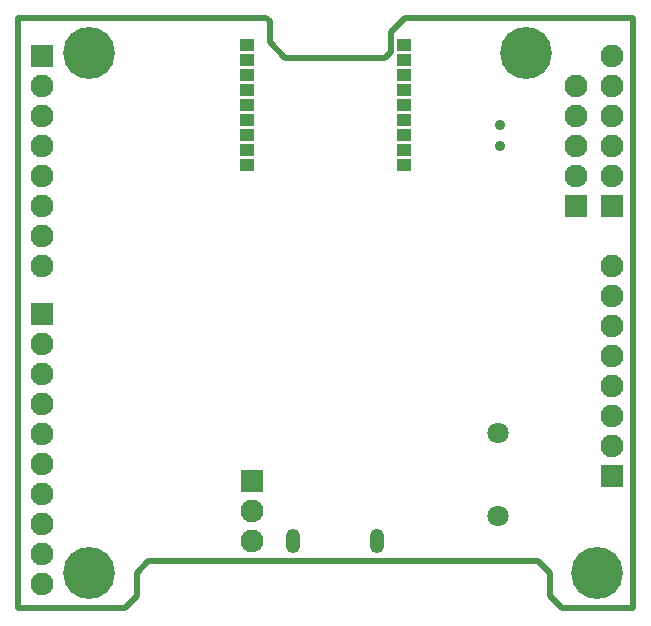
<source format=gbr>
G04 ================== begin FILE IDENTIFICATION RECORD ==================*
G04 Layout Name:  STEVAL-STLCX01V1.brd*
G04 Film Name:    STEVAL-STLCX01V1-10SMB.GBR*
G04 File Format:  Gerber RS274X*
G04 File Origin:  Cadence Allegro 16.5-P002*
G04 Origin Date:  Mon May 16 11:09:18 2016*
G04 *
G04 Layer:  VIA CLASS/SOLDERMASK_BOTTOM*
G04 Layer:  PIN/SOLDERMASK_BOTTOM*
G04 Layer:  PACKAGE GEOMETRY/SOLDERMASK_BOTTOM*
G04 Layer:  BOARD GEOMETRY/TOOLING_CORNERS*
G04 Layer:  BOARD GEOMETRY/SOLDERMASK_BOTTOM*
G04 *
G04 Offset:    (0.0000 0.0000)*
G04 Mirror:    No*
G04 Mode:      Positive*
G04 Rotation:  0*
G04 FullContactRelief:  No*
G04 UndefLineWidth:     0.0000*
G04 ================== end FILE IDENTIFICATION RECORD ====================*
%FSLAX25Y25*MOMM*%
%IR0*IPPOS*OFA0.00000B0.00000*MIA0B0*SFA1.00000B1.00000*%
%ADD17C,.9*%
%ADD15R,1.3X.99*%
%ADD14O,1.2X2.1*%
%ADD16C,1.8*%
%ADD13C,0.0*%
%ADD10C,1.9304*%
%ADD12C,4.3942*%
%ADD11R,1.9304X1.9304*%
%ADD18C,.5*%
G75*
%LPD*%
G75*
G54D10*
X200000Y207000D03*
Y461000D03*
Y715000D03*
Y969000D03*
Y1223000D03*
Y1477000D03*
Y1731000D03*
Y1985000D03*
Y2239000D03*
Y3153000D03*
Y2899000D03*
Y3915000D03*
Y3661000D03*
Y3407000D03*
Y4423000D03*
Y4169000D03*
X1980000Y566000D03*
Y820000D03*
X4720000Y3661000D03*
Y3915000D03*
Y4423000D03*
Y4169000D03*
X5026000Y1375000D03*
Y1629000D03*
Y1883000D03*
Y2137000D03*
Y2391000D03*
Y2645000D03*
Y2899000D03*
Y3661000D03*
Y3915000D03*
Y4169000D03*
Y4423000D03*
Y4677000D03*
G54D11*
X200000Y2493000D03*
Y4677000D03*
X1980000Y1074000D03*
X4720000Y3407000D03*
X5026000Y1121000D03*
Y3407000D03*
G54D12*
X600000Y300000D03*
Y4700000D03*
X4900000Y300000D03*
X4300000Y4700000D03*
G54D13*
X645000Y1370000D03*
Y2440000D03*
X465000Y2305000D03*
X555000Y2215000D03*
X905000Y2655000D03*
X877500Y3192500D03*
X637500Y2672500D03*
X630000Y2935000D03*
X620000Y3065000D03*
X877500Y3530000D03*
X1370000Y845000D03*
X1140000Y655000D03*
X1520000Y650000D03*
X1490000Y1365000D03*
X1175000Y1375000D03*
X1190000Y1140000D03*
X1610000Y985000D03*
X1190000Y1230000D03*
X1120000Y2440000D03*
X1030000Y2555000D03*
X1162000Y2738000D03*
X1312500Y2737500D03*
X1030000Y3960000D03*
X1312500Y3657500D03*
X1160000Y4295000D03*
X1024000Y4111000D03*
X2300000Y825000D03*
X2090000Y1260000D03*
X2175000Y1105000D03*
X1980000Y1540000D03*
X2230000Y1255000D03*
X2220000Y1425000D03*
X2360000Y2220000D03*
Y2600000D03*
X1982550Y2595000D03*
X2265000Y3075000D03*
X2255000Y2750000D03*
X2102450Y2762450D03*
X2025000Y3415000D03*
X2102450Y3235000D03*
X2057250Y4307750D03*
X3070000Y830000D03*
X2610000Y1280000D03*
X2790000Y985000D03*
X2910000Y970000D03*
X2507500Y990000D03*
X2690000Y1885000D03*
X3055000Y2342770D03*
X2540000Y1713000D03*
X2610000Y1815000D03*
X3155000Y1985000D03*
X2605000Y2482550D03*
X2585000Y2660000D03*
X2590000Y2825000D03*
X2747550Y2655000D03*
X2872500Y2822500D03*
X2745000Y2485000D03*
X3060000Y3435000D03*
X3155000Y3335000D03*
X2960000Y3415000D03*
X2700000Y3875000D03*
X2790000Y3752000D03*
X2600000Y4050000D03*
Y4335000D03*
X2872500Y4192500D03*
X3370000Y2190000D03*
Y1910000D03*
X3405000Y1775000D03*
X3475000Y2905000D03*
X3335000Y3010000D03*
X3405000Y3135000D03*
X3260000Y2475000D03*
X3870000Y3170000D03*
X3560000Y2590000D03*
X3780000Y2870000D03*
X3700000Y2950000D03*
X3695000Y2790000D03*
X3860000D03*
Y2950000D03*
X3735000Y3520000D03*
X3698000Y4133000D03*
X3405000Y4910000D03*
X4470000Y920000D03*
X4710000Y1655000D03*
X4255000Y1175000D03*
X4635000Y1980000D03*
X4250000D03*
X4350000Y2885000D03*
X4585000Y2880000D03*
X4015000Y3070000D03*
Y3371340D03*
X4558500Y4403500D03*
X4500000Y4260000D03*
G54D14*
X2322500Y565000D03*
X3037500D03*
G54D15*
X1935000Y3752000D03*
Y3879000D03*
Y4006000D03*
Y4133000D03*
Y4260000D03*
Y4387000D03*
Y4514000D03*
Y4641000D03*
Y4768000D03*
X3265000Y3879000D03*
Y3752000D03*
Y4641000D03*
Y4514000D03*
Y4387000D03*
Y4260000D03*
Y4133000D03*
Y4006000D03*
Y4768000D03*
G54D16*
X4060000Y780000D03*
Y1480000D03*
G54D17*
X4080000Y3910000D03*
Y4090000D03*
G54D18*
G01X5200000Y0D02*
Y5000000D01*
X3270000D01*
X3150000Y4880000D01*
Y4710000D01*
X3100000Y4660000D01*
X2260000D01*
X2130000Y4790000D01*
Y4970000D01*
X2100000Y5000000D01*
X0D01*
Y0D01*
X900000D01*
X1000000Y100000D01*
Y300000D01*
X1100000Y400000D01*
X4400000D01*
X4500000Y300000D01*
Y100000D01*
X4600000Y0D01*
X5200000D01*
M02*

</source>
